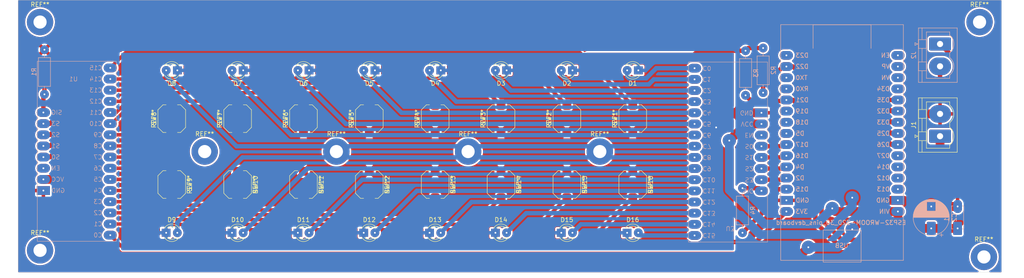
<source format=kicad_pcb>
(kicad_pcb (version 20240108) (generator "pcbnew") (generator_version "8.0")
  (layers (0 "F.Cu" signal) (31 "B.Cu" signal) (36 "B.SilkS" user "B.Silkscreen") (37 "F.SilkS" user "F.Silkscreen") (44 "Edge.Cuts" user))
  (net 0 "")
  (net 1 "GND")
  (net 2 "+3V3")
  (net 3 "/Controls_SDA")
  (net 4 "Net-(D1-A)")
  (net 5 "Net-(D2-A)")
  (net 6 "Net-(D3-A)")
  (net 7 "/Controls_SCL")
  (net 8 "Net-(U1-SIG)")
  (net 9 "Net-(D4-A)")
  (net 10 "Net-(D5-A)")
  (net 11 "Net-(D6-A)")
  (net 12 "Net-(U2-D4)")
  (net 13 "Net-(U2-RX2)")
  (net 14 "Net-(U2-TX2)")
  (net 15 "Net-(D7-A)")
  (net 16 "Net-(D8-A)")
  (net 17 "Net-(D9-A)")
  (net 18 "Net-(D10-A)")
  (net 19 "+5P")
  (net 20 "Net-(U1-S3)")
  (net 21 "Net-(D11-A)")
  (net 22 "Net-(D12-A)")
  (net 23 "Net-(U1-S2)")
  (net 24 "Net-(D13-A)")
  (net 25 "Net-(U1-S0)")
  (net 26 "Net-(U1-S1)")
  (net 31 "Net-(D14-A)")
  (net 33 "Net-(D15-A)")
  (net 36 "Net-(D16-A)")
  (net 37 "Net-(U2-D15)")
  (net 38 "Net-(U3-SIG)")
  (net 39 "Net-(U1-C15)")
  (net 40 "Net-(U1-C14)")
  (net 41 "Net-(U1-C13)")
  (net 42 "Net-(U1-C12)")
  (net 43 "Net-(U1-C11)")
  (net 44 "Net-(U1-C10)")
  (net 45 "Net-(U1-C9)")
  (net 46 "Net-(U1-C8)")
  (net 47 "Net-(U1-C7)")
  (net 48 "Net-(U1-C6)")
  (net 49 "Net-(U1-C5)")
  (net 50 "Net-(U1-C4)")
  (net 51 "Net-(U1-C3)")
  (net 52 "Net-(U1-C2)")
  (net 53 "Net-(U1-C1)")
  (net 54 "Net-(U1-C0)")
  (net 62 "Net-(U2-D2)")
  (footprint "Button_Switch_SMD:SW_Push_1TS009xxxx-xxxx-xxxx_6x6x5mm" (layer "F.Cu") (at 50 42 -90)
    (property "Reference" "SW10")
    (property "Value" "SW_Push")
  )
  (footprint "LED_THT:LED_D3.0mm" (layer "F.Cu") (at 78.725 53)
    (property "Reference" "D12")
    (property "Value" "LED")
  )
  (footprint "Button_Switch_SMD:SW_Push_1TS009xxxx-xxxx-xxxx_6x6x5mm" (layer "F.Cu") (at 80 42 -90)
    (property "Reference" "SW12")
    (property "Value" "SW_Push")
  )
  (footprint "Connector_Phoenix_MSTB:PhoenixContact_MSTBVA_2,5_2-G-5,08_1x02_P5.08mm_Vertical" (layer "F.Cu") (at 210 31 90)
    (property "Reference" "J1")
    (property "Value" "Conn_01x02_Power_Supply")
  )
  (footprint "LED_THT:LED_D3.0mm" (layer "F.Cu") (at 96.275 16 180)
    (property "Reference" "D4")
    (property "Value" "LED")
  )
  (footprint "LED_THT:LED_D3.0mm" (layer "F.Cu") (at 66.275 16 180)
    (property "Reference" "D6")
    (property "Value" "LED")
  )
  (footprint "LED_THT:LED_D3.0mm" (layer "F.Cu") (at 126.275 16 180)
    (property "Reference" "D2")
    (property "Value" "LED")
  )
  (footprint "LED_THT:LED_D3.0mm" (layer "F.Cu") (at 51.275 16 180)
    (property "Reference" "D7")
    (property "Value" "LED")
  )
  (footprint "LED_THT:LED_D3.0mm" (layer "F.Cu") (at 123.725 53)
    (property "Reference" "D15")
    (property "Value" "LED")
  )
  (footprint "Button_Switch_SMD:SW_Push_1TS009xxxx-xxxx-xxxx_6x6x5mm" (layer "F.Cu") (at 125 27 90)
    (property "Reference" "SW2")
    (property "Value" "SW_Push")
  )
  (footprint "MountingHole:MountingHole_3mm_Pad" (layer "F.Cu") (at 5 57)
    (property "Reference" "REF**")
    (property "Value" "MountingHole_3mm_Pad")
  )
  (footprint "MountingHole:MountingHole_3mm_Pad" (layer "F.Cu") (at 72.5 34.5)
    (property "Reference" "REF**")
    (property "Value" "MountingHole_3mm_Pad")
  )
  (footprint "MountingHole:MountingHole_3mm_Pad" (layer "F.Cu") (at 219 5)
    (property "Reference" "REF**")
    (property "Value" "MountingHole_3mm_Pad")
  )
  (footprint "LED_THT:LED_D3.0mm" (layer "F.Cu") (at 63.725 53)
    (property "Reference" "D11")
    (property "Value" "LED")
  )
  (footprint "Button_Switch_SMD:SW_Push_1TS009xxxx-xxxx-xxxx_6x6x5mm" (layer "F.Cu") (at 140 27 90)
    (property "Reference" "SW1")
    (property "Value" "SW_Push")
  )
  (footprint "Button_Switch_SMD:SW_Push_1TS009xxxx-xxxx-xxxx_6x6x5mm" (layer "F.Cu") (at 95 42 -90)
    (property "Reference" "SW13")
    (property "Value" "SW_Push")
  )
  (footprint "LED_THT:LED_D3.0mm" (layer "F.Cu") (at 111.275 16 180)
    (property "Reference" "D3")
    (property "Value" "LED")
  )
  (footprint "Button_Switch_SMD:SW_Push_1TS009xxxx-xxxx-xxxx_6x6x5mm" (layer "F.Cu") (at 95 27 90)
    (property "Reference" "SW4")
    (property "Value" "SW_Push")
  )
  (footprint "MountingHole:MountingHole_3mm_Pad" (layer "F.Cu") (at 5 5)
    (property "Reference" "REF**")
    (property "Value" "MountingHole_3mm_Pad")
  )
  (footprint "Button_Switch_SMD:SW_Push_1TS009xxxx-xxxx-xxxx_6x6x5mm" (layer "F.Cu") (at 65 27 90)
    (property "Reference" "SW6")
    (property "Value" "SW_Push")
  )
  (footprint "LED_THT:LED_D3.0mm" (layer "F.Cu") (at 93.725 53)
    (property "Reference" "D13")
    (property "Value" "LED")
  )
  (footprint "Button_Switch_SMD:SW_Push_1TS009xxxx-xxxx-xxxx_6x6x5mm" (layer "F.Cu") (at 80 27 90)
    (property "Reference" "SW5")
    (property "Value" "SW_Push")
  )
  (footprint "Button_Switch_SMD:SW_Push_1TS009xxxx-xxxx-xxxx_6x6x5mm" (layer "F.Cu") (at 110 27 90)
    (property "Reference" "SW3")
    (property "Value" "SW_Push")
  )
  (footprint "MountingHole:MountingHole_3mm_Pad" (layer "F.Cu") (at 220 58.5)
    (property "Reference" "REF**")
    (property "Value" "MountingHole_3mm_Pad")
  )
  (footprint "LED_THT:LED_D3.0mm" (layer "F.Cu") (at 48.725 53)
    (property "Reference" "D10")
    (property "Value" "LED")
  )
  (footprint "MountingHole:MountingHole_3mm_Pad" (layer "F.Cu") (at 132.5 34.5)
    (property "Reference" "REF**")
    (property "Value" "MountingHole_3mm_Pad")
  )
  (footprint "LED_THT:LED_D3.0mm" (layer "F.Cu") (at 33.725 53)
    (property "Reference" "D9")
    (property "Value" "LED")
  )
  (footprint "Button_Switch_SMD:SW_Push_1TS009xxxx-xxxx-xxxx_6x6x5mm" (layer "F.Cu") (at 35 27 90)
    (property "Reference" "SW8")
    (property "Value" "SW_Push")
  )
  (footprint "MountingHole:MountingHole_3mm_Pad" (layer "F.Cu") (at 102.5 34.5)
    (property "Reference" "REF**")
    (property "Value" "MountingHole_3mm_Pad")
  )
  (footprint "Button_Switch_SMD:SW_Push_1TS009xxxx-xxxx-xxxx_6x6x5mm" (layer "F.Cu") (at 140 42 -90)
    (property "Reference" "SW16")
    (property "Value" "SW_Push")
  )
  (footprint "Button_Switch_SMD:SW_Push_1TS009xxxx-xxxx-xxxx_6x6x5mm" (layer "F.Cu") (at 50 27 90)
    (property "Reference" "SW7")
    (property "Value" "SW_Push")
  )
  (footprint "LED_THT:LED_D3.0mm" (layer "F.Cu") (at 141.275 16 180)
    (property "Reference" "D1")
    (property "Value" "LED")
  )
  (footprint "Button_Switch_SMD:SW_Push_1TS009xxxx-xxxx-xxxx_6x6x5mm" (layer "F.Cu") (at 125 42 -90)
    (property "Reference" "SW15")
    (property "Value" "SW_Push")
  )
  (footprint "LED_THT:LED_D3.0mm" (layer "F.Cu") (at 81.275 16 180)
    (property "Reference" "D5")
    (property "Value" "LED")
  )
  (footprint "MountingHole:MountingHole_3mm_Pad" (layer "F.Cu") (at 42.5 34.5)
    (property "Reference" "REF**")
    (property "Value" "MountingHole_3mm_Pad")
  )
  (footprint "Button_Switch_SMD:SW_Push_1TS009xxxx-xxxx-xxxx_6x6x5mm" (layer "F.Cu") (at 65 42 -90)
    (property "Reference" "SW11")
    (property "Value" "SW_Push")
  )
  (footprint "LED_THT:LED_D3.0mm" (layer "F.Cu") (at 108.725 53)
    (property "Reference" "D14")
    (property "Value" "LED")
  )
  (footprint "Button_Switch_SMD:SW_Push_1TS009xxxx-xxxx-xxxx_6x6x5mm" (layer "F.Cu") (at 35 42 -90)
    (property "Reference" "SW9")
    (property "Value" "SW_Push")
  )
  (footprint "LED_THT:LED_D3.0mm" (layer "F.Cu") (at 36.275 16 180)
    (property "Reference" "D8")
    (property "Value" "LED")
  )
  (footprint "LED_THT:LED_D3.0mm" (layer "F.Cu") (at 138.725 53)
    (property "Reference" "D16")
    (property "Value" "LED")
  )
  (footprint "Button_Switch_SMD:SW_Push_1TS009xxxx-xxxx-xxxx_6x6x5mm" (layer "F.Cu") (at 110 42 -90)
    (property "Reference" "SW14")
    (property "Value" "SW_Push")
  )
  (footprint "sequencer:R_Axial_DIN0207_L6.3mm_D2.5mm_P10.16mm_Horizontal_BIG_PADS" (layer "B.Cu") (at 169.7 21.08 90)
    (property "Reference" "R2")
    (property "Value" "2KR")
  )
  (footprint "sequencer:R_Axial_DIN0207_L6.3mm_D2.5mm_P10.16mm_Horizontal_BIG_PADS" (layer "B.Cu") (at 165 53 90)
    (property "Reference" "R4")
    (property "Value" "620R")
  )
  (footprint "sequencer:ESP32-WROOM-32D_30_pins_devboard" (layer "B.Cu") (at 200.4 12.59 180)
    (property "Reference" "U2" (hide yes))
    (property "Value" "ESP32-WROOM-32D_30_pins_devboard")
  )
  (footprint "sequencer:HP4067_16_ch_analog_mutiplexer_devboard" (layer "B.Cu") (at 154.08 53.61)
    (property "Reference" "U3")
    (property "Value" "HP4067_track_select_leds")
  )
  (footprint "Capacitor_THT:CP_Radial_D8.0mm_P5.00mm" (layer "B.Cu") (at 208 52 90)
    (property "Reference" "C2")
    (property "Value" "C_10uF_bulk_decoupling")
  )
  (footprint "sequencer:R_Axial_DIN0207_L6.3mm_D2.5mm_P10.16mm_Horizontal_BIG_PADS" (layer "B.Cu") (at 6 11.3 -90)
    (property "Reference" "R1")
    (property "Value" "20KR")
  )
  (footprint "Connector_Phoenix_MSTB:PhoenixContact_MSTBVA_2,5_2-G-5,08_1x02_P5.08mm_Vertical" (layer "B.Cu") (at 210 10 -90)
    (property "Reference" "J2")
    (property "Value" "Conn_01x02_I2C")
  )
  (footprint "sequencer:HP4067_16_ch_analog_mutiplexer_devboard" (layer "B.Cu") (at 21 15.44 180)
    (property "Reference" "U1")
    (property "Value" "HP4067_track_select_buttons")
  )
  (footprint "sequencer:R_Axial_DIN0207_L6.3mm_D2.5mm_P10.16mm_Horizontal_BIG_PADS" (layer "B.Cu") (at 165.7 21.69 90)
    (property "Reference" "R3")
    (property "Value" "2KR")
  )
  (footprint "Capacitor_THT:C_Disc_D5.0mm_W2.5mm_P5.00mm" (layer "B.Cu") (at 214 47 -90)
    (property "Reference" "C1")
    (property "Value" "C_0.1uF_HF_filter_104")
  )
  (gr_rect (start 0 0) (end 224 62) (stroke (width 0.05)) (fill none) (layer "Edge.Cuts"))
  (segment (start 201.754113 45.61) (end 200.4 45.61) (width 2) (layer "F.Cu") (net 1))
  (segment (start 214 47) (end 209.47 47) (width 2) (layer "F.Cu") (net 1))
  (segment (start 200.4 45.61) (end 190.61 45.61) (width 2) (layer "F.Cu") (net 1))
  (segment (start 208 47) (end 214 47) (width 2) (layer "F.Cu") (net 1))
  (segment (start 205.5 25.92) (end 210 25.92) (width 2) (layer "F.Cu") (net 1))
  (segment (start 190.61 45.61) (end 190 45) (width 2) (layer "F.Cu") (net 1))
  (segment (start 203.144113 47) (end 201.754113 45.61) (width 2) (layer "F.Cu") (net 1))
  (segment (start 208 47) (end 203.144113 47) (width 2) (layer "F.Cu") (net 1))
  (segment (start 159 29) (end 162.33 25.67) (width 2) (layer "F.Cu") (net 1))
  (segment (start 162.33 25.67) (end 169.32 25.67) (width 2) (layer "F.Cu") (net 1))
  (segment (start 209.47 47) (end 205 42.53) (width 2) (layer "F.Cu") (net 1))
  (segment (start 205 42.53) (end 205 26.42) (width 2) (layer "F.Cu") (net 1))
  (segment (start 205 26.42) (end 205.5 25.92) (width 2) (layer "F.Cu") (net 1))
  (via (at 190 45) (size 3) (drill 0.4) (layers "F.Cu" "B.Cu") (net 1))
  (via (at 159 29) (size 3) (drill 0.4) (layers "F.Cu" "B.Cu") (net 1))
  (segment (start 164 49) (end 159 44) (width 2) (layer "B.Cu") (net 1))
  (segment (start 159 44) (end 159 29) (width 2) (layer "B.Cu") (net 1))
  (segment (start 183.6 53.4) (end 169.005888 53.4) (width 2) (layer "B.Cu") (net 1))
  (segment (start 164.605888 49) (end 164 49) (width 2) (layer "B.Cu") (net 1))
  (segment (start 190 45) (end 190 47) (width 2) (layer "B.Cu") (net 1))
  (segment (start 169.005888 53.4) (end 164.605888 49) (width 2) (layer "B.Cu") (net 1))
  (segment (start 190 47) (end 183.6 53.4) (width 2) (layer "B.Cu") (net 1))
  (segment (start 168.05 55.1) (end 162.1 55.1) (width 1) (layer "F.Cu") (net 2))
  (segment (start 154.872994 11.53) (end 151.68 14.722994) (width 1) (layer "F.Cu") (net 2))
  (segment (start 165.7 11.53) (end 154.872994 11.53) (width 1) (layer "F.Cu") (net 2))
  (segment (start 166.31 10.92) (end 165.7 11.53) (width 1) (layer "F.Cu") (net 2))
  (segment (start 151.68 18.32) (end 140 30) (width 1) (layer "F.Cu") (net 2))
  (segment (start 169.7 10.92) (end 166.31 10.92) (width 1) (layer "F.Cu") (net 2))
  (segment (start 151.68 14.722994) (end 151.68 18.32) (width 1) (layer "F.Cu") (net 2))
  (segment (start 162.1 55.1) (end 160 53) (width 1) (layer "F.Cu") (net 2))
  (segment (start 175 48.15) (end 168.05 55.1) (width 1) (layer "F.Cu") (net 2))
  (segment (start 220.218 51.782) (end 220.218 20.218) (width 1) (layer "F.Cu") (net 3))
  (segment (start 166.99 22.98) (end 174.77 22.98) (width 1) (layer "F.Cu") (net 3))
  (segment (start 181.6 50.6) (end 187 56) (width 1) (layer "F.Cu") (net 3))
  (segment (start 176.5 22.75) (end 181.6 27.85) (width 1) (layer "F.Cu") (net 3))
  (segment (start 187 56) (end 216 56) (width 1) (layer "F.Cu") (net 3))
  (segment (start 174.77 22.98) (end 175 22.75) (width 1) (layer "F.Cu") (net 3))
  (segment (start 165.7 21.69) (end 166.99 22.98) (width 1) (layer "F.Cu") (net 3))
  (segment (start 175 22.75) (end 176.5 22.75) (width 1) (layer "F.Cu") (net 3))
  (segment (start 181.6 27.85) (end 181.6 50.6) (width 1) (layer "F.Cu") (net 3))
  (segment (start 220.218 20.218) (end 210 10) (width 1) (layer "F.Cu") (net 3))
  (segment (start 216 56) (end 220.218 51.782) (width 1) (layer "F.Cu") (net 3))
  (segment (start 143.075 17.8) (end 139.1 17.8) (width 1) (layer "B.Cu") (net 4))
  (segment (start 145.365 15.51) (end 143.075 17.8) (width 1) (layer "B.Cu") (net 4))
  (segment (start 154.08 15.51) (end 145.365 15.51) (width 1) (layer "B.Cu") (net 4))
  (segment (start 138.735 17.435) (end 138.735 16) (width 1) (layer "B.Cu") (net 4))
  (segment (start 139.1 17.8) (end 138.735 17.435) (width 1) (layer "B.Cu") (net 4))
  (segment (start 143.654898 19.2) (end 125.875 19.2) (width 1) (layer "B.Cu") (net 5))
  (segment (start 123.735 17.06) (end 123.735 16) (width 1) (layer "B.Cu") (net 5))
  (segment (start 154.08 18.05) (end 144.804898 18.05) (width 1) (layer "B.Cu") (net 5))
  (segment (start 144.804898 18.05) (end 143.654898 19.2) (width 1) (layer "B.Cu") (net 5))
  (segment (start 125.875 19.2) (end 123.735 17.06) (width 1) (layer "B.Cu") (net 5))
  (segment (start 151.57 20.6) (end 112.275 20.6) (width 1) (layer "B.Cu") (net 6))
  (segment (start 112.275 20.6) (end 108.735 17.06) (width 1) (layer "B.Cu") (net 6))
  (segment (start 151.58 20.59) (end 151.57 20.6) (width 1) (layer "B.Cu") (net 6))
  (segment (start 108.735 17.06) (end 108.735 16) (width 1) (layer "B.Cu") (net 6))
  (segment (start 154.08 20.59) (end 151.58 20.59) (width 1) (layer "B.Cu") (net 6))
  (segment (start 187.6 54.6) (end 215.4 54.6) (width 1) (layer "F.Cu") (net 7))
  (segment (start 210 20.07) (end 210 15.08) (width 1) (layer "F.Cu") (net 7))
  (segment (start 215.4 54.6) (end 218.818 51.182) (width 1) (layer "F.Cu") (net 7))
  (segment (start 169.7 19.665787) (end 174.235787 15.13) (width 1) (layer "F.Cu") (net 7))
  (segment (start 183 50) (end 187.6 54.6) (width 1) (layer "F.Cu") (net 7))
  (segment (start 218.818 51.182) (end 218.818 28.888) (width 1) (layer "F.Cu") (net 7))
  (segment (start 183 21.63) (end 183 50) (width 1) (layer "F.Cu") (net 7))
  (segment (start 169.7 21.08) (end 169.7 19.665787) (width 1) (layer "F.Cu") (net 7))
  (segment (start 176.5 15.13) (end 183 21.63) (width 1) (layer "F.Cu") (net 7))
  (segment (start 175 15.13) (end 176.5 15.13) (width 1) (layer "F.Cu") (net 7))
  (segment (start 218.818 28.888) (end 210 20.07) (width 1) (layer "F.Cu") (net 7))
  (segment (start 174.235787 15.13) (end 175 15.13) (width 1) (layer "F.Cu") (net 7))
  (segment (start 21.920101 3.4) (end 178.989898 3.4) (width 1) (layer "F.Cu") (net 8))
  (segment (start 198.339898 22.75) (end 200.4 22.75) (width 1) (layer "F.Cu") (net 8))
  (segment (start 178.989898 3.4) (end 198.339898 22.75) (width 1) (layer "F.Cu") (net 8))
  (segment (start 6 19.320101) (end 21.920101 3.4) (width 1) (layer "F.Cu") (net 8))
  (segment (start 6 21.46) (end 6 19.320101) (width 1) (layer "F.Cu") (net 8))
  (segment (start 5.76 25.6) (end 5.76 21.7) (width 1) (layer "F.Cu") (net 8))
  (segment (start 5.76 21.7) (end 6 21.46) (width 1) (layer "F.Cu") (net 8))
  (segment (start 93.735 17.06) (end 93.735 16) (width 1) (layer "B.Cu") (net 9))
  (segment (start 99.805 23.13) (end 93.735 17.06) (width 1) (layer "B.Cu") (net 9))
  (segment (start 154.08 23.13) (end 99.805 23.13) (width 1) (layer "B.Cu") (net 9))
  (segment (start 154.08 25.67) (end 87.345 25.67) (width 1) (layer "B.Cu") (net 10))
  (segment (start 78.735 17.06) (end 78.735 16) (width 1) (layer "B.Cu") (net 10))
  (segment (start 87.345 25.67) (end 78.735 17.06) (width 1) (layer "B.Cu") (net 10))
  (segment (start 63.735 17.272792) (end 63.735 16) (width 1) (layer "B.Cu") (net 11))
  (segment (start 154.08 28.21) (end 74.672208 28.21) (width 1) (layer "B.Cu") (net 11))
  (segment (start 74.672208 28.21) (end 63.735 17.272792) (width 1) (layer "B.Cu") (net 11))
  (segment (start 169.32 38.37) (end 174.62 38.37) (width 1) (layer "F.Cu") (net 12))
  (segment (start 174.62 38.37) (end 175 37.99) (width 1) (layer "F.Cu") (net 12))
  (segment (start 169.32 35.83) (end 174.62 35.83) (width 1) (layer "F.Cu") (net 13))
  (segment (start 174.62 35.83) (end 175 35.45) (width 1) (layer "F.Cu") (net 13))
  (segment (start 169.32 33.29) (end 174.62 33.29) (width 1) (layer "F.Cu") (net 14))
  (segment (start 174.62 33.29) (end 175 32.91) (width 1) (layer "F.Cu") (net 14))
  (segment (start 62.212208 30.75) (end 48.735 17.272792) (width 1) (layer "B.Cu") (net 15))
  (segment (start 48.735 17.272792) (end 48.735 16) (width 1) (layer "B.Cu") (net 15))
  (segment (start 154.08 30.75) (end 62.212208 30.75) (width 1) (layer "B.Cu") (net 15))
  (segment (start 33.735 17.272792) (end 33.735 16) (width 1) (layer "B.Cu") (net 16))
  (segment (start 49.752208 33.29) (end 33.735 17.272792) (width 1) (layer "B.Cu") (net 16))
  (segment (start 154.08 33.29) (end 49.752208 33.29) (width 1) (layer "B.Cu") (net 16))
  (segment (start 51.107792 35.83) (end 36.265 50.672792) (width 1) (layer "B.Cu") (net 17))
  (segment (start 36.265 50.672792) (end 36.265 53) (width 1) (layer "B.Cu") (net 17))
  (segment (start 154.08 35.83) (end 51.107792 35.83) (width 1) (layer "B.Cu") (net 17))
  (segment (start 154.08 38.37) (end 65.895 38.37) (width 1) (layer "B.Cu") (net 18))
  (segment (start 65.895 38.37) (end 51.265 53) (width 1) (layer "B.Cu") (net 18))
  (segment (start 192 50.2) (end 190 52.2) (width 2) (layer "F.Cu") (net 19))
  (segment (start 165.79 28.21) (end 169.32 28.21) (width 2) (layer "F.Cu") (net 19))
  (segment (start 8.52 40.84) (end 5.76 40.84) (width 2) (layer "F.Cu") (net 19))
  (segment (start 216.9 48.1) (end 214 51) (width 2) (layer "F.Cu") (net 19))
  (segment (start 186.15 48.15) (end 185.44939 47.44939) (width 2) (layer "F.Cu") (net 19))
  (segment (start 210 38.07) (end 216.9 44.97) (width 2) (layer "F.Cu") (net 19))
  (segment (start 22.514416 57.6) (end 21.165887 57.6) (width 2) (layer "F.Cu") (net 19))
  (segment (start 210 31) (end 210 38.07) (width 2) (layer "F.Cu") (net 19))
  (segment (start 216.9 44.97) (end 216.9 48.1) (width 2) (layer "F.Cu") (net 19))
  (segment (start 192 48.15) (end 186.15 48.15) (width 2) (layer "F.Cu") (net 19))
  (segment (start 178 58.3) (end 23.214416 58.3) (width 2) (layer "F.Cu") (net 19))
  (segment (start 208 52) (end 202.395 52) (width 2) (layer "F.Cu") (net 19))
  (segment (start 202.395 52) (end 200.4 50.005) (width 2) (layer "F.Cu") (net 19))
  (segment (start 192 48.15) (end 192 50.2) (width 2) (layer "F.Cu") (net 19))
  (segment (start 21.165887 57.6) (end 9 45.434113) (width 2) (layer "F.Cu") (net 19))
  (segment (start 208 52) (end 214 52) (width 2) (layer "F.Cu") (net 19))
  (segment (start 180 56.3) (end 178 58.3) (width 2) (layer "F.Cu") (net 19))
  (segment (start 9 41.32) (end 8.52 40.84) (width 2) (layer "F.Cu") (net 19))
  (segment (start 23.214416 58.3) (end 22.514416 57.6) (width 2) (layer "F.Cu") (net 19))
  (segment (start 200.4 50.005) (end 200.4 48.15) (width 2) (layer "F.Cu") (net 19))
  (segment (start 214 51) (end 214 52) (width 2) (layer "F.Cu") (net 19))
  (segment (start 200.4 48.15) (end 192 48.15) (width 2) (layer "F.Cu") (net 19))
  (segment (start 162 32) (end 165.79 28.21) (width 2) (layer "F.Cu") (net 19))
  (segment (start 9 45.434113) (end 9 41.32) (width 2) (layer "F.Cu") (net 19))
  (via (at 185.44939 47.44939) (size 3) (drill 0.4) (layers "F.Cu" "B.Cu") (net 19))
  (via (at 180 56.3) (size 3) (drill 0.4) (layers "F.Cu" "B.Cu") (net 19))
  (via (at 162 32) (size 3) (drill 0.4) (layers "F.Cu" "B.Cu") (net 19))
  (via (at 190 52.2) (size 3) (drill 0.4) (layers "F.Cu" "B.Cu") (net 19))
  (segment (start 181.89878 51) (end 185.44939 47.44939) (width 2) (layer "B.Cu") (net 19))
  (segment (start 190 53) (end 190 52.2) (width 2) (layer "B.Cu") (net 19))
  (segment (start 186.7 56.3) (end 190 53) (width 2) (layer "B.Cu") (net 19))
  (segment (start 162 43.234113) (end 164.005887 45.24) (width 2) (layer "B.Cu") (net 19))
  (segment (start 170 51) (end 181.89878 51) (width 2) (layer "B.Cu") (net 19))
  (segment (start 180 56.3) (end 186.7 56.3) (width 2) (layer "B.Cu") (net 19))
  (segment (start 162 32) (end 162 43.234113) (width 2) (layer "B.Cu") (net 19))
  (segment (start 164.005887 45.24) (end 164.24 45.24) (width 2) (layer "B.Cu") (net 19))
  (segment (start 164.24 45.24) (end 170 51) (width 2) (layer "B.Cu") (net 19))
  (segment (start 14.4 12.9) (end 22.5 4.8) (width 1) (layer "F.Cu") (net 20))
  (segment (start 5.76 28.14) (end 7.26 28.14) (width 1) (layer "F.Cu") (net 20))
  (segment (start 22.5 4.8) (end 178.41 4.8) (width 1) (layer "F.Cu") (net 20))
  (segment (start 178.41 4.8) (end 198.9 25.29) (width 1) (layer "F.Cu") (net 20))
  (segment (start 198.9 25.29) (end 200.4 25.29) (width 1) (layer "F.Cu") (net 20))
  (segment (start 7.26 28.14) (end 14.4 21) (width 1) (layer "F.Cu") (net 20))
  (segment (start 14.4 21) (end 14.4 12.9) (width 1) (layer "F.Cu") (net 20))
  (segment (start 154.08 40.91) (end 78.355 40.91) (width 1) (layer "B.Cu") (net 21))
  (segment (start 78.355 40.91) (end 66.265 53) (width 1) (layer "B.Cu") (net 21))
  (segment (start 154.08 43.45) (end 90.815 43.45) (width 1) (layer "B.Cu") (net 22))
  (segment (start 90.815 43.45) (end 81.265 53) (width 1) (layer "B.Cu") (net 22))
  (segment (start 15.8 13.479898) (end 23.079898 6.2) (width 1) (layer "F.Cu") (net 23))
  (segment (start 177.27 6.2) (end 198.9 27.83) (width 1) (layer "F.Cu") (net 23))
  (segment (start 7.32 30.68) (end 15.8 22.2) (width 1) (layer "F.Cu") (net 23))
  (segment (start 198.9 27.83) (end 200.4 27.83) (width 1) (layer "F.Cu") (net 23))
  (segment (start 15.8 22.2) (end 15.8 13.479898) (width 1) (layer "F.Cu") (net 23))
  (segment (start 23.079898 6.2) (end 177.27 6.2) (width 1) (layer "F.Cu") (net 23))
  (segment (start 5.76 30.68) (end 7.32 30.68) (width 1) (layer "F.Cu") (net 23))
  (segment (start 154.08 45.99) (end 103.275 45.99) (width 1) (layer "B.Cu") (net 24))
  (segment (start 103.275 45.99) (end 96.265 53) (width 1) (layer "B.Cu") (net 24))
  (segment (start 198.9 32.91) (end 200.4 32.91) (width 1) (layer "F.Cu") (net 25))
  (segment (start 18.6 14.639694) (end 24.239694 9) (width 1) (layer "F.Cu") (net 25))
  (segment (start 5.76 35.76) (end 7.26 35.76) (width 1) (layer "F.Cu") (net 25))
  (segment (start 24.239694 9) (end 174.99 9) (width 1) (layer "F.Cu") (net 25))
  (segment (start 174.99 9) (end 198.9 32.91) (width 1) (layer "F.Cu") (net 25))
  (segment (start 18.6 24.42) (end 18.6 14.639694) (width 1) (layer "F.Cu") (net 25))
  (segment (start 7.26 35.76) (end 18.6 24.42) (width 1) (layer "F.Cu") (net 25))
  (segment (start 198.9 30.37) (end 200.4 30.37) (width 1) (layer "F.Cu") (net 26))
  (segment (start 7.26 33.22) (end 17.2 23.28) (width 1) (layer "F.Cu") (net 26))
  (segment (start 176.13 7.6) (end 198.9 30.37) (width 1) (layer "F.Cu") (net 26))
  (segment (start 5.76 33.22) (end 7.26 33.22) (width 1) (layer "F.Cu") (net 26))
  (segment (start 17.2 23.28) (end 17.2 14.059796) (width 1) (layer "F.Cu") (net 26))
  (segment (start 23.659796 7.6) (end 176.13 7.6) (width 1) (layer "F.Cu") (net 26))
  (segment (start 17.2 14.059796) (end 23.659796 7.6) (width 1) (layer "F.Cu") (net 26))
  (segment (start 154.08 48.53) (end 115.735 48.53) (width 1) (layer "B.Cu") (net 31))
  (segment (start 115.735 48.53) (end 111.265 53) (width 1) (layer "B.Cu") (net 31))
  (segment (start 154.08 51.07) (end 128.195 51.07) (width 1) (layer "B.Cu") (net 33))
  (segment (start 128.195 51.07) (end 126.265 53) (width 1) (layer "B.Cu") (net 33))
  (segment (start 141.875 53.61) (end 141.265 53) (width 1) (layer "B.Cu") (net 36))
  (segment (start 154.08 53.61) (end 141.875 53.61) (width 1) (layer "B.Cu") (net 36))
  (segment (start 169.4 48.6) (end 169.4 46.91) (width 1) (layer "F.Cu") (net 37))
  (segment (start 173.24 43.07) (end 175 43.07) (width 1) (layer "F.Cu") (net 37))
  (segment (start 165 53) (end 169.4 48.6) (width 1) (layer "F.Cu") (net 37))
  (segment (start 169.4 46.91) (end 173.24 43.07) (width 1) (layer "F.Cu") (net 37))
  (segment (start 168.71 42.84) (end 169.32 43.45) (width 1) (layer "F.Cu") (net 38))
  (segment (start 165 42.84) (end 168.71 42.84) (width 1) (layer "F.Cu") (net 38))
  (segment (start 128 12) (end 140 24) (width 0.8) (layer "F.Cu") (net 39))
  (segment (start 21 15.44) (end 24.44 12) (width 0.8) (layer "F.Cu") (net 39))
  (segment (start 24.44 12) (end 128 12) (width 0.8) (layer "F.Cu") (net 39))
  (segment (start 29.281626 14) (end 115 14) (width 0.8) (layer "F.Cu") (net 40))
  (segment (start 25.301626 17.98) (end 29.281626 14) (width 0.8) (layer "F.Cu") (net 40))
  (segment (start 115 14) (end 125 24) (width 0.8) (layer "F.Cu") (net 40))
  (segment (start 21 17.98) (end 25.301626 17.98) (width 0.8) (layer "F.Cu") (net 40))
  (segment (start 24.31726 20.52) (end 27.03726 17.8) (width 0.8) (layer "F.Cu") (net 41))
  (segment (start 21 20.52) (end 24.31726 20.52) (width 0.8) (layer "F.Cu") (net 41))
  (segment (start 27.03726 17.8) (end 103.8 17.8) (width 0.8) (layer "F.Cu") (net 41))
  (segment (start 103.8 17.8) (end 110 24) (width 0.8) (layer "F.Cu") (net 41))
  (segment (start 27.492895 18.9) (end 89.9 18.9) (width 0.8) (layer "F.Cu") (net 42))
  (segment (start 89.9 18.9) (end 95 24) (width 0.8) (layer "F.Cu") (net 42))
  (segment (start 23.332895 23.06) (end 27.492895 18.9) (width 0.8) (layer "F.Cu") (net 42))
  (segment (start 21 23.06) (end 23.332895 23.06) (width 0.8) (layer "F.Cu") (net 42))
  (segment (start 27.948529 20) (end 76 20) (width 0.8) (layer "F.Cu") (net 43))
  (segment (start 76 20) (end 80 24) (width 0.8) (layer "F.Cu") (net 43))
  (segment (start 21 25.6) (end 22.348529 25.6) (width 0.8) (layer "F.Cu") (net 43))
  (segment (start 22.348529 25.6) (end 27.948529 20) (width 0.8) (layer "F.Cu") (net 43))
  (segment (start 62.1 21.1) (end 65 24) (width 0.8) (layer "F.Cu") (net 44))
  (segment (start 21.364163 28.14) (end 28.404163 21.1) (width 0.8) (layer "F.Cu") (net 44))
  (segment (start 21 28.14) (end 21.364163 28.14) (width 0.8) (layer "F.Cu") (net 44))
  (segment (start 28.404163 21.1) (end 62.1 21.1) (width 0.8) (layer "F.Cu") (net 44))
  (segment (start 25.615672 30.68) (end 33.995672 22.3) (width 0.8) (layer "F.Cu") (net 45))
  (segment (start 49 23) (end 50 24) (width 0.8) (layer "F.Cu") (net 45))
  (segment (start 36.704328 23) (end 49 23) (width 0.8) (layer "F.Cu") (net 45))
  (segment (start 36.004328 22.3) (end 36.704328 23) (width 0.8) (layer "F.Cu") (net 45))
  (segment (start 33.995672 22.3) (end 36.004328 22.3) (width 0.8) (layer "F.Cu") (net 45))
  (segment (start 21 30.68) (end 25.615672 30.68) (width 0.8) (layer "F.Cu") (net 45))
  (segment (start 21 33.22) (end 25.78 33.22) (width 0.8) (layer "F.Cu") (net 46))
  (segment (start 25.78 33.22) (end 35 24) (width 0.8) (layer "F.Cu") (net 46))
  (segment (start 25.76 35.76) (end 35 45) (width 0.8) (layer "F.Cu") (net 47))
  (segment (start 21 35.76) (end 25.76 35.76) (width 0.8) (layer "F.Cu") (net 47))
  (segment (start 48.3 46.7) (end 50 45) (width 0.8) (layer "F.Cu") (net 48))
  (segment (start 33.995672 46.7) (end 48.3 46.7) (width 0.8) (layer "F.Cu") (net 48))
  (segment (start 21 38.3) (end 25.595672 38.3) (width 0.8) (layer "F.Cu") (net 48))
  (segment (start 25.595672 38.3) (end 33.995672 46.7) (width 0.8) (layer "F.Cu") (net 48))
  (segment (start 62.2 47.8) (end 65 45) (width 0.8) (layer "F.Cu") (net 49))
  (segment (start 33.540037 47.8) (end 62.2 47.8) (width 0.8) (layer "F.Cu") (net 49))
  (segment (start 21 40.84) (end 26.580037 40.84) (width 0.8) (layer "F.Cu") (net 49))
  (segment (start 26.580037 40.84) (end 33.540037 47.8) (width 0.8) (layer "F.Cu") (net 49))
  (segment (start 76.1 48.9) (end 80 45) (width 0.8) (layer "F.Cu") (net 50))
  (segment (start 27.564402 43.38) (end 33.084402 48.9) (width 0.8) (layer "F.Cu") (net 50))
  (segment (start 33.084402 48.9) (end 76.1 48.9) (width 0.8) (layer "F.Cu") (net 50))
  (segment (start 21 43.38) (end 27.564402 43.38) (width 0.8) (layer "F.Cu") (net 50))
  (segment (start 28.548767 45.92) (end 32.628767 50) (width 0.8) (layer "F.Cu") (net 51))
  (segment (start 90 50) (end 95 45) (width 0.8) (layer "F.Cu") (net 51))
  (segment (start 21 45.92) (end 28.548767 45.92) (width 0.8) (layer "F.Cu") (net 51))
  (segment (start 32.628767 50) (end 90 50) (width 0.8) (layer "F.Cu") (net 51))
  (segment (start 103.9 51.1) (end 110 45) (width 0.8) (layer "F.Cu") (net 52))
  (segment (start 32.173132 51.1) (end 103.9 51.1) (width 0.8) (layer "F.Cu") (net 52))
  (segment (start 29.533132 48.46) (end 32.173132 51.1) (width 0.8) (layer "F.Cu") (net 52))
  (segment (start 21 48.46) (end 29.533132 48.46) (width 0.8) (layer "F.Cu") (net 52))
  (segment (start 114.6 55.4) (end 125 45) (width 0.8) (layer "F.Cu") (net 53))
  (segment (start 28.325 51) (end 32.725 55.4) (width 0.8) (layer "F.Cu") (net 53))
  (segment (start 21 51) (end 28.325 51) (width 0.8) (layer "F.Cu") (net 53))
  (segment (start 32.725 55.4) (end 114.6 55.4) (width 0.8) (layer "F.Cu") (net 53))
  (segment (start 21 53.54) (end 23.96 56.5) (width 0.8) (layer "F.Cu") (net 54))
  (segment (start 23.96 56.5) (end 128.5 56.5) (width 0.8) (layer "F.Cu") (net 54))
  (segment (start 128.5 56.5) (end 140 45) (width 0.8) (layer "F.Cu") (net 54))
  (segment (start 174.62 40.91) (end 175 40.53) (width 1) (layer "F.Cu") (net 62))
  (segment (start 169.32 40.91) (end 174.62 40.91) (width 1) (layer "F.Cu") (net 62))
  (zone (net 1) (net_name "GND") (layer "F.Cu") (priority 2) (connect_pads (clearance 0.4)) (min_thickness 0.4) (fill yes (thermal_gap 0.5) (thermal_bridge_width 0.8) (island_removal_mode 1) (island_area_min 10))
    (polygon (pts (xy 0 0) (xy 224 0) (xy 224 62) (xy 0 62)))
  )
  (zone (net 2) (net_name "+3V3") (layer "F.Cu") (priority 3) (connect_pads (clearance 0.4)) (min_thickness 0.4) (fill yes (thermal_gap 0.5) (thermal_bridge_width 0.8) (island_removal_mode 1) (island_area_min 10))
    (polygon (pts (xy 21 12) (xy 163 12) (xy 163 57) (xy 21 57)))
  )
  (zone (net 1) (net_name "GND") (layer "B.Cu") (priority 1) (connect_pads (clearance 0.4)) (min_thickness 0.4) (fill yes (thermal_gap 0.5) (thermal_bridge_width 0.8) (island_removal_mode 1) (island_area_min 10))
    (polygon (pts (xy 23.5 12) (xy 163 12) (xy 163 57) (xy 23.5 57)))
  )
  (zone (net 0) (net_name "") (layer "B.Cu") (connect_pads (clearance 0.4)) (min_thickness 0.4) (fill yes (thermal_gap 0.5) (thermal_bridge_width 0.8) (island_removal_mode 1) (island_area_min 10))
    (polygon (pts (xy 0 0) (xy 224 0) (xy 224 62) (xy 0 62)))
  )
)
</source>
